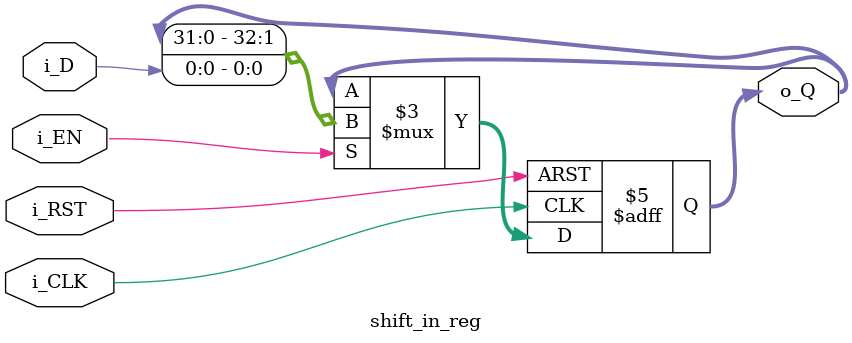
<source format=v>
module shift_in_reg #(
        parameter DATA_WIDTH = 32 //32 for data contents, extra holding bit NOT included
    ) (
    // Wishbone Slave ports (WB MI A)
    input wire i_CLK, //Clock
    input wire i_RST, //Asynchronous reset
    input wire i_EN,  //Enable to shift left by 1
    input wire i_D, //serial input, MSB first, LSB last of full data
    output reg [DATA_WIDTH:0] o_Q //parallel data output of full shifted value
    );

    always @(posedge i_CLK, posedge i_RST) begin
        if(i_RST) begin //Asynch reset
            o_Q <= 1; //LSB = 1 to stop enable when in MSB
        end 
        else if(i_EN) begin //if i_EN asserted, shift o_Q left 1 bit, and i_D into LSB
            o_Q <= {o_Q[DATA_WIDTH - 1: 0], i_D};
        end
        else 
            o_Q <= o_Q; //no shift if i_EN = '0', probably optimized out
    end

endmodule
`default_nettype wire

</source>
